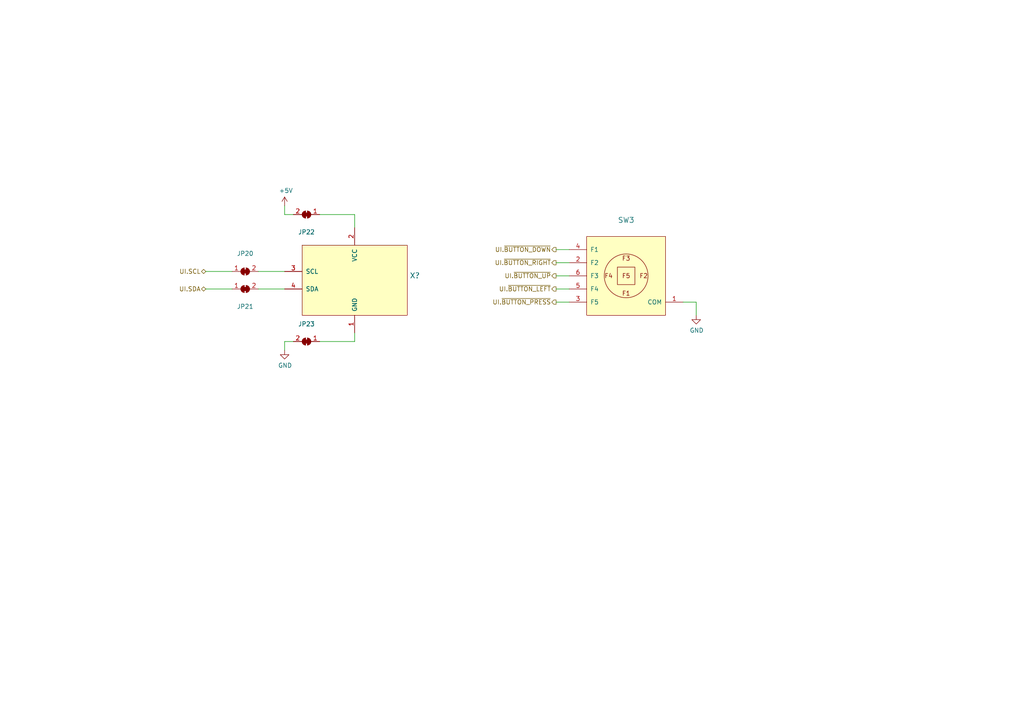
<source format=kicad_sch>
(kicad_sch (version 20211123) (generator eeschema)
  (paper "A4")
  (lib_symbols
    (symbol "Jumper:SolderJumper_2_Bridged" (pin_names (offset 0) hide)
      (property "Reference" "JP" (at 0 2.032 0))
      (property "Value" "SolderJumper_2_Bridged" (at 0 -2.54 0))
      (symbol "SolderJumper_2_Bridged_0_1"
        (rectangle (start -0.508 0.508) (end 0.508 -0.508) (fill (type outline)))
        (arc (start -0.254 1.016) (mid -1.27 0) (end -0.254 -1.016))
        (arc (start -0.254 1.016) (mid -1.27 0) (end -0.254 -1.016) (fill (type outline)))
        (polyline (pts (xy -0.254 1.016) (xy -0.254 -1.016)))
        (polyline (pts (xy 0.254 1.016) (xy 0.254 -1.016)))
        (arc (start 0.254 -1.016) (mid 1.27 0) (end 0.254 1.016))
        (arc (start 0.254 -1.016) (mid 1.27 0) (end 0.254 1.016) (fill (type outline)))
      )
      (symbol "SolderJumper_2_Bridged_1_1"
        (pin passive line (at -3.81 0 0) (length 2.54) (name "A") (number "1"))
        (pin passive line (at 3.81 0 180) (length 2.54) (name "B") (number "2"))
      )
    )
    (symbol "power:+5V" (power) (pin_names (offset 0))
      (property "Value" "+5V" (at 0 3.556 0))
      (symbol "+5V_0_1"
        (polyline (pts (xy -0.762 1.27) (xy 0 2.54)))
        (polyline (pts (xy 0 0) (xy 0 2.54)))
        (polyline (pts (xy 0 2.54) (xy 0.762 1.27)))
      )
      (symbol "+5V_1_1"
        (pin power_in line (at 0 0 90) (length 0) hide (name "+5V") (number "1"))
      )
    )
    (symbol "power:GND" (power) (pin_names (offset 0))
      (property "Value" "GND" (at 0 -3.81 0))
      (symbol "GND_0_1"
        (polyline (pts (xy 0 0) (xy 0 -1.27) (xy 1.27 -1.27) (xy 0 -2.54) (xy -1.27 -1.27) (xy 0 -1.27)))
      )
      (symbol "GND_1_1"
        (pin power_in line (at 0 0 270) (length 0) hide (name "GND") (number "1"))
      )
    )
    (symbol "sft:K1-1504SA-03" (pin_names (offset 1.016))
      (property "Reference" "SW" (at -11.43 15.24 0))
      (property "Value" "sft_K1-1504SA-03" (at -11.43 12.7 0))
      (symbol "K1-1504SA-03_0_0"
        (text "F1" (at 0 -5.08 0) (effects (font (size 1.27 1.27))))
        (text "F2" (at 5.08 0 0) (effects (font (size 1.27 1.27))))
        (text "F3" (at 0 5.08 0) (effects (font (size 1.27 1.27))))
        (text "F4" (at -5.08 0 0) (effects (font (size 1.27 1.27))))
        (text "F5" (at 0 0 0) (effects (font (size 1.27 1.27))))
      )
      (symbol "K1-1504SA-03_0_1"
        (rectangle (start -11.43 -11.43) (end 11.43 11.43) (fill (type background)))
        (circle (center 0 0) (radius 6.35))
        (rectangle (start 2.54 -2.54) (end -2.54 2.54))
      )
      (symbol "K1-1504SA-03_1_1"
        (pin bidirectional line (at 16.51 -7.62 180) (length 5.08) (name "COM") (number "1"))
        (pin bidirectional line (at -16.51 3.81 0) (length 5.08) (name "F2") (number "2"))
        (pin bidirectional line (at -16.51 -7.62 0) (length 5.08) (name "F5") (number "3"))
        (pin bidirectional line (at -16.51 7.62 0) (length 5.08) (name "F1") (number "4"))
        (pin bidirectional line (at -16.51 -3.81 0) (length 5.08) (name "F4") (number "5"))
        (pin bidirectional line (at -16.51 0 0) (length 5.08) (name "F3") (number "6"))
      )
    )
    (symbol "sft:OLED_I2C_128x64" (pin_names (offset 1.016))
      (property "Reference" "X" (at 0 1.27 0))
      (property "Value" "sft_OLED_I2C_128x64" (at 0 -1.27 0))
      (symbol "OLED_I2C_128x64_0_1"
        (rectangle (start -15.24 10.16) (end 15.24 -10.16) (fill (type background)))
      )
      (symbol "OLED_I2C_128x64_1_1"
        (pin power_in line (at 0 -15.24 90) (length 5.08) (name "GND") (number "1"))
        (pin power_in line (at 0 15.24 270) (length 5.08) (name "VCC") (number "2"))
        (pin input line (at -20.32 2.54 0) (length 5.08) (name "SCL") (number "3"))
        (pin bidirectional line (at -20.32 -2.54 0) (length 5.08) (name "SDA") (number "4"))
      )
    )
  )
  (wire (pts (xy 102.87 62.23) (xy 102.87 66.04)))
  (wire (pts (xy 82.55 99.06) (xy 82.55 101.6)))
  (wire (pts (xy 74.93 83.82) (xy 82.55 83.82)))
  (wire (pts (xy 67.31 78.74) (xy 59.69 78.74)))
  (wire (pts (xy 161.29 76.2) (xy 165.1 76.2)))
  (wire (pts (xy 82.55 62.23) (xy 85.09 62.23)))
  (wire (pts (xy 161.29 87.63) (xy 165.1 87.63)))
  (wire (pts (xy 67.31 83.82) (xy 59.69 83.82)))
  (wire (pts (xy 74.93 78.74) (xy 82.55 78.74)))
  (wire (pts (xy 82.55 59.69) (xy 82.55 62.23)))
  (wire (pts (xy 92.71 62.23) (xy 102.87 62.23)))
  (wire (pts (xy 161.29 72.39) (xy 165.1 72.39)))
  (wire (pts (xy 92.71 99.06) (xy 102.87 99.06)))
  (wire (pts (xy 198.12 87.63) (xy 201.93 87.63)))
  (wire (pts (xy 161.29 80.01) (xy 165.1 80.01)))
  (wire (pts (xy 102.87 99.06) (xy 102.87 96.52)))
  (wire (pts (xy 201.93 91.44) (xy 201.93 87.63)))
  (wire (pts (xy 85.09 99.06) (xy 82.55 99.06)))
  (wire (pts (xy 161.29 83.82) (xy 165.1 83.82)))
  (hierarchical_label "UI.SDA" (shape bidirectional) (at 59.69 83.82 180))
  (hierarchical_label "UI.~{BUTTON_RIGHT}" (shape output) (at 161.29 76.2 180))
  (hierarchical_label "UI.SCL" (shape bidirectional) (at 59.69 78.74 180))
  (hierarchical_label "UI.~{BUTTON_DOWN}" (shape output) (at 161.29 72.39 180))
  (hierarchical_label "UI.~{BUTTON_LEFT}" (shape output) (at 161.29 83.82 180))
  (hierarchical_label "UI.~{BUTTON_PRESS}" (shape output) (at 161.29 87.63 180))
  (hierarchical_label "UI.~{BUTTON_UP}" (shape output) (at 161.29 80.01 180))
  (symbol (lib_id "sft:K1-1504SA-03") (at 181.61 80.01 0) (unit 1)
    (property "Reference" "SW3" (at 181.61 63.8302 0) (effects (font (size 1.524 1.524))))
    (property "Datasheet" "https://datasheet.lcsc.com/szlcsc/1809211419_Korean-Hroparts-Elec-K1-1504SA-03_C145913.pdf" (effects hide))
    (property "MPN" "HRO K1-1504SA-03" (effects hide))
    (property "FootprintShort" "unique button" (effects hide))
  )
  (symbol (lib_id "power:GND") (at 201.93 91.44 0) (unit 1)
    (property "Reference" "#PWR?" (effects hide))
  )
  (symbol (lib_id "Jumper:SolderJumper_2_Bridged") (at 71.12 78.74 0) (unit 1)
    (property "Reference" "JP20" (at 71.12 73.533 0))
    (property "DNP" "no part" (effects hide))
  )
  (symbol (lib_id "Jumper:SolderJumper_2_Bridged") (at 71.12 83.82 0) (unit 1)
    (property "Reference" "JP21" (at 71.12 88.9 0))
    (property "DNP" "no part" (effects hide))
  )
  (symbol (lib_id "Jumper:SolderJumper_2_Bridged") (at 88.9 99.06 180) (unit 1)
    (property "Reference" "JP23" (at 88.9 93.98 0))
    (property "DNP" "no part" (effects hide))
  )
  (symbol (lib_id "Jumper:SolderJumper_2_Bridged") (at 88.9 62.23 180) (unit 1)
    (property "Reference" "JP22" (at 88.9 67.31 0))
    (property "DNP" "no part" (effects hide))
  )
  (symbol (lib_id "sft:OLED_I2C_128x64") (at 102.87 81.28 0) (unit 1)
    (property "Reference" "X?" (at 118.8212 79.9338 0) (effects (font (size 1.524 1.524)) (justify left)))
    (property "MPN" "generic I2C-OLED-128x64" (effects hide))
    (property "FootprintShort" "unique module" (effects hide))
  )
  (symbol (lib_id "power:GND") (at 82.55 101.6 0) (unit 1)
    (property "Reference" "#PWR?" (effects hide))
  )
  (symbol (lib_id "power:+5V") (at 82.55 59.69 0) (unit 1)
    (property "Reference" "#PWR?" (effects hide))
  )
)
</source>
